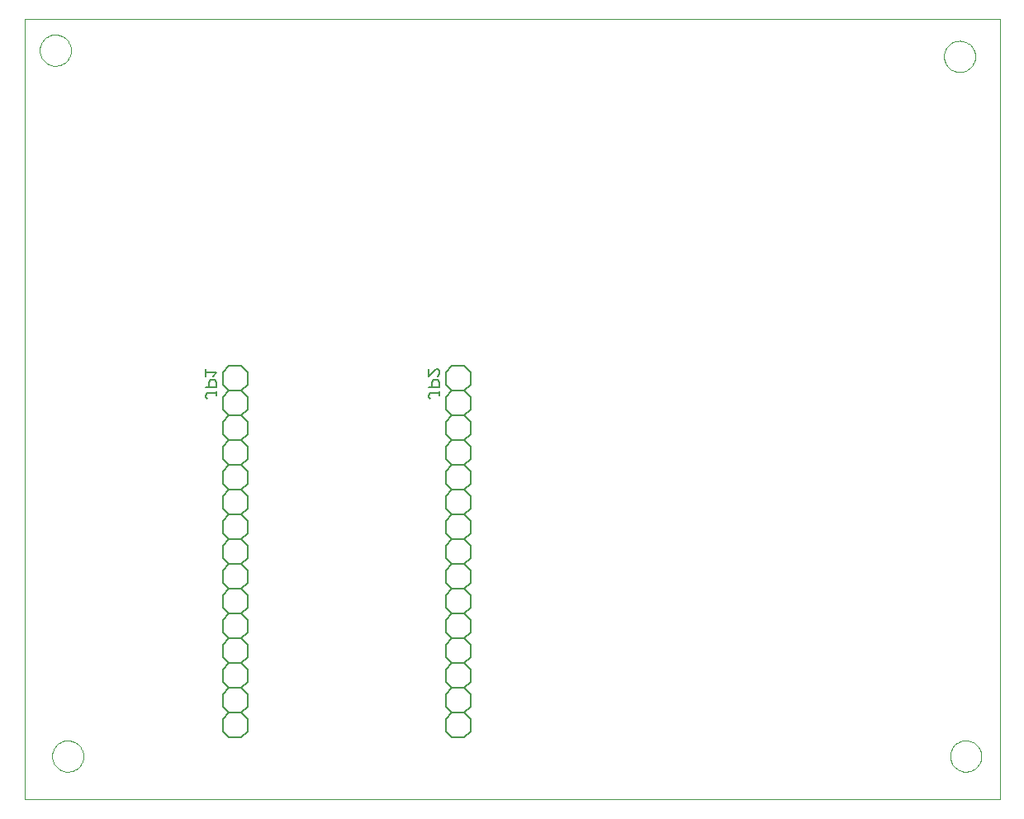
<source format=gbo>
G75*
G70*
%OFA0B0*%
%FSLAX24Y24*%
%IPPOS*%
%LPD*%
%AMOC8*
5,1,8,0,0,1.08239X$1,22.5*
%
%ADD10C,0.0000*%
%ADD11C,0.0060*%
%ADD12C,0.0050*%
D10*
X004880Y000100D02*
X004880Y031596D01*
X044250Y031596D01*
X044250Y000100D01*
X004880Y000100D01*
X006000Y001850D02*
X006002Y001900D01*
X006008Y001950D01*
X006018Y001999D01*
X006032Y002047D01*
X006049Y002094D01*
X006070Y002139D01*
X006095Y002183D01*
X006123Y002224D01*
X006155Y002263D01*
X006189Y002300D01*
X006226Y002334D01*
X006266Y002364D01*
X006308Y002391D01*
X006352Y002415D01*
X006398Y002436D01*
X006445Y002452D01*
X006493Y002465D01*
X006543Y002474D01*
X006592Y002479D01*
X006643Y002480D01*
X006693Y002477D01*
X006742Y002470D01*
X006791Y002459D01*
X006839Y002444D01*
X006885Y002426D01*
X006930Y002404D01*
X006973Y002378D01*
X007014Y002349D01*
X007053Y002317D01*
X007089Y002282D01*
X007121Y002244D01*
X007151Y002204D01*
X007178Y002161D01*
X007201Y002117D01*
X007220Y002071D01*
X007236Y002023D01*
X007248Y001974D01*
X007256Y001925D01*
X007260Y001875D01*
X007260Y001825D01*
X007256Y001775D01*
X007248Y001726D01*
X007236Y001677D01*
X007220Y001629D01*
X007201Y001583D01*
X007178Y001539D01*
X007151Y001496D01*
X007121Y001456D01*
X007089Y001418D01*
X007053Y001383D01*
X007014Y001351D01*
X006973Y001322D01*
X006930Y001296D01*
X006885Y001274D01*
X006839Y001256D01*
X006791Y001241D01*
X006742Y001230D01*
X006693Y001223D01*
X006643Y001220D01*
X006592Y001221D01*
X006543Y001226D01*
X006493Y001235D01*
X006445Y001248D01*
X006398Y001264D01*
X006352Y001285D01*
X006308Y001309D01*
X006266Y001336D01*
X006226Y001366D01*
X006189Y001400D01*
X006155Y001437D01*
X006123Y001476D01*
X006095Y001517D01*
X006070Y001561D01*
X006049Y001606D01*
X006032Y001653D01*
X006018Y001701D01*
X006008Y001750D01*
X006002Y001800D01*
X006000Y001850D01*
X042250Y001850D02*
X042252Y001900D01*
X042258Y001950D01*
X042268Y001999D01*
X042282Y002047D01*
X042299Y002094D01*
X042320Y002139D01*
X042345Y002183D01*
X042373Y002224D01*
X042405Y002263D01*
X042439Y002300D01*
X042476Y002334D01*
X042516Y002364D01*
X042558Y002391D01*
X042602Y002415D01*
X042648Y002436D01*
X042695Y002452D01*
X042743Y002465D01*
X042793Y002474D01*
X042842Y002479D01*
X042893Y002480D01*
X042943Y002477D01*
X042992Y002470D01*
X043041Y002459D01*
X043089Y002444D01*
X043135Y002426D01*
X043180Y002404D01*
X043223Y002378D01*
X043264Y002349D01*
X043303Y002317D01*
X043339Y002282D01*
X043371Y002244D01*
X043401Y002204D01*
X043428Y002161D01*
X043451Y002117D01*
X043470Y002071D01*
X043486Y002023D01*
X043498Y001974D01*
X043506Y001925D01*
X043510Y001875D01*
X043510Y001825D01*
X043506Y001775D01*
X043498Y001726D01*
X043486Y001677D01*
X043470Y001629D01*
X043451Y001583D01*
X043428Y001539D01*
X043401Y001496D01*
X043371Y001456D01*
X043339Y001418D01*
X043303Y001383D01*
X043264Y001351D01*
X043223Y001322D01*
X043180Y001296D01*
X043135Y001274D01*
X043089Y001256D01*
X043041Y001241D01*
X042992Y001230D01*
X042943Y001223D01*
X042893Y001220D01*
X042842Y001221D01*
X042793Y001226D01*
X042743Y001235D01*
X042695Y001248D01*
X042648Y001264D01*
X042602Y001285D01*
X042558Y001309D01*
X042516Y001336D01*
X042476Y001366D01*
X042439Y001400D01*
X042405Y001437D01*
X042373Y001476D01*
X042345Y001517D01*
X042320Y001561D01*
X042299Y001606D01*
X042282Y001653D01*
X042268Y001701D01*
X042258Y001750D01*
X042252Y001800D01*
X042250Y001850D01*
X042000Y030100D02*
X042002Y030150D01*
X042008Y030200D01*
X042018Y030249D01*
X042032Y030297D01*
X042049Y030344D01*
X042070Y030389D01*
X042095Y030433D01*
X042123Y030474D01*
X042155Y030513D01*
X042189Y030550D01*
X042226Y030584D01*
X042266Y030614D01*
X042308Y030641D01*
X042352Y030665D01*
X042398Y030686D01*
X042445Y030702D01*
X042493Y030715D01*
X042543Y030724D01*
X042592Y030729D01*
X042643Y030730D01*
X042693Y030727D01*
X042742Y030720D01*
X042791Y030709D01*
X042839Y030694D01*
X042885Y030676D01*
X042930Y030654D01*
X042973Y030628D01*
X043014Y030599D01*
X043053Y030567D01*
X043089Y030532D01*
X043121Y030494D01*
X043151Y030454D01*
X043178Y030411D01*
X043201Y030367D01*
X043220Y030321D01*
X043236Y030273D01*
X043248Y030224D01*
X043256Y030175D01*
X043260Y030125D01*
X043260Y030075D01*
X043256Y030025D01*
X043248Y029976D01*
X043236Y029927D01*
X043220Y029879D01*
X043201Y029833D01*
X043178Y029789D01*
X043151Y029746D01*
X043121Y029706D01*
X043089Y029668D01*
X043053Y029633D01*
X043014Y029601D01*
X042973Y029572D01*
X042930Y029546D01*
X042885Y029524D01*
X042839Y029506D01*
X042791Y029491D01*
X042742Y029480D01*
X042693Y029473D01*
X042643Y029470D01*
X042592Y029471D01*
X042543Y029476D01*
X042493Y029485D01*
X042445Y029498D01*
X042398Y029514D01*
X042352Y029535D01*
X042308Y029559D01*
X042266Y029586D01*
X042226Y029616D01*
X042189Y029650D01*
X042155Y029687D01*
X042123Y029726D01*
X042095Y029767D01*
X042070Y029811D01*
X042049Y029856D01*
X042032Y029903D01*
X042018Y029951D01*
X042008Y030000D01*
X042002Y030050D01*
X042000Y030100D01*
X005500Y030350D02*
X005502Y030400D01*
X005508Y030450D01*
X005518Y030499D01*
X005532Y030547D01*
X005549Y030594D01*
X005570Y030639D01*
X005595Y030683D01*
X005623Y030724D01*
X005655Y030763D01*
X005689Y030800D01*
X005726Y030834D01*
X005766Y030864D01*
X005808Y030891D01*
X005852Y030915D01*
X005898Y030936D01*
X005945Y030952D01*
X005993Y030965D01*
X006043Y030974D01*
X006092Y030979D01*
X006143Y030980D01*
X006193Y030977D01*
X006242Y030970D01*
X006291Y030959D01*
X006339Y030944D01*
X006385Y030926D01*
X006430Y030904D01*
X006473Y030878D01*
X006514Y030849D01*
X006553Y030817D01*
X006589Y030782D01*
X006621Y030744D01*
X006651Y030704D01*
X006678Y030661D01*
X006701Y030617D01*
X006720Y030571D01*
X006736Y030523D01*
X006748Y030474D01*
X006756Y030425D01*
X006760Y030375D01*
X006760Y030325D01*
X006756Y030275D01*
X006748Y030226D01*
X006736Y030177D01*
X006720Y030129D01*
X006701Y030083D01*
X006678Y030039D01*
X006651Y029996D01*
X006621Y029956D01*
X006589Y029918D01*
X006553Y029883D01*
X006514Y029851D01*
X006473Y029822D01*
X006430Y029796D01*
X006385Y029774D01*
X006339Y029756D01*
X006291Y029741D01*
X006242Y029730D01*
X006193Y029723D01*
X006143Y029720D01*
X006092Y029721D01*
X006043Y029726D01*
X005993Y029735D01*
X005945Y029748D01*
X005898Y029764D01*
X005852Y029785D01*
X005808Y029809D01*
X005766Y029836D01*
X005726Y029866D01*
X005689Y029900D01*
X005655Y029937D01*
X005623Y029976D01*
X005595Y030017D01*
X005570Y030061D01*
X005549Y030106D01*
X005532Y030153D01*
X005518Y030201D01*
X005508Y030250D01*
X005502Y030300D01*
X005500Y030350D01*
D11*
X013130Y017600D02*
X012880Y017350D01*
X012880Y016850D01*
X013130Y016600D01*
X012880Y016350D01*
X012880Y015850D01*
X013130Y015600D01*
X013630Y015600D01*
X013880Y015850D01*
X013880Y016350D01*
X013630Y016600D01*
X013880Y016850D01*
X013880Y017350D01*
X013630Y017600D01*
X013130Y017600D01*
X013130Y016600D02*
X013630Y016600D01*
X013630Y015600D02*
X013880Y015350D01*
X013880Y014850D01*
X013630Y014600D01*
X013880Y014350D01*
X013880Y013850D01*
X013630Y013600D01*
X013880Y013350D01*
X013880Y012850D01*
X013630Y012600D01*
X013130Y012600D01*
X012880Y012850D01*
X012880Y013350D01*
X013130Y013600D01*
X013630Y013600D01*
X013130Y013600D02*
X012880Y013850D01*
X012880Y014350D01*
X013130Y014600D01*
X013630Y014600D01*
X013130Y014600D02*
X012880Y014850D01*
X012880Y015350D01*
X013130Y015600D01*
X013130Y012600D02*
X012880Y012350D01*
X012880Y011850D01*
X013130Y011600D01*
X012880Y011350D01*
X012880Y010850D01*
X013130Y010600D01*
X012880Y010350D01*
X012880Y009850D01*
X013130Y009600D01*
X013630Y009600D01*
X013880Y009850D01*
X013880Y010350D01*
X013630Y010600D01*
X013880Y010850D01*
X013880Y011350D01*
X013630Y011600D01*
X013880Y011850D01*
X013880Y012350D01*
X013630Y012600D01*
X013630Y011600D02*
X013130Y011600D01*
X013130Y010600D02*
X013630Y010600D01*
X013630Y009600D02*
X013880Y009350D01*
X013880Y008850D01*
X013630Y008600D01*
X013880Y008350D01*
X013880Y007850D01*
X013630Y007600D01*
X013880Y007350D01*
X013880Y006850D01*
X013630Y006600D01*
X013130Y006600D01*
X012880Y006850D01*
X012880Y007350D01*
X013130Y007600D01*
X013630Y007600D01*
X013130Y007600D02*
X012880Y007850D01*
X012880Y008350D01*
X013130Y008600D01*
X013630Y008600D01*
X013130Y008600D02*
X012880Y008850D01*
X012880Y009350D01*
X013130Y009600D01*
X013130Y006600D02*
X012880Y006350D01*
X012880Y005850D01*
X013130Y005600D01*
X012880Y005350D01*
X012880Y004850D01*
X013130Y004600D01*
X012880Y004350D01*
X012880Y003850D01*
X013130Y003600D01*
X012880Y003350D01*
X012880Y002850D01*
X013130Y002600D01*
X013630Y002600D01*
X013880Y002850D01*
X013880Y003350D01*
X013630Y003600D01*
X013880Y003850D01*
X013880Y004350D01*
X013630Y004600D01*
X013880Y004850D01*
X013880Y005350D01*
X013630Y005600D01*
X013880Y005850D01*
X013880Y006350D01*
X013630Y006600D01*
X013630Y005600D02*
X013130Y005600D01*
X013130Y004600D02*
X013630Y004600D01*
X013630Y003600D02*
X013130Y003600D01*
X021880Y003350D02*
X021880Y002850D01*
X022130Y002600D01*
X022630Y002600D01*
X022880Y002850D01*
X022880Y003350D01*
X022630Y003600D01*
X022880Y003850D01*
X022880Y004350D01*
X022630Y004600D01*
X022880Y004850D01*
X022880Y005350D01*
X022630Y005600D01*
X022880Y005850D01*
X022880Y006350D01*
X022630Y006600D01*
X022880Y006850D01*
X022880Y007350D01*
X022630Y007600D01*
X022880Y007850D01*
X022880Y008350D01*
X022630Y008600D01*
X022880Y008850D01*
X022880Y009350D01*
X022630Y009600D01*
X022880Y009850D01*
X022880Y010350D01*
X022630Y010600D01*
X022880Y010850D01*
X022880Y011350D01*
X022630Y011600D01*
X022880Y011850D01*
X022880Y012350D01*
X022630Y012600D01*
X022880Y012850D01*
X022880Y013350D01*
X022630Y013600D01*
X022880Y013850D01*
X022880Y014350D01*
X022630Y014600D01*
X022880Y014850D01*
X022880Y015350D01*
X022630Y015600D01*
X022880Y015850D01*
X022880Y016350D01*
X022630Y016600D01*
X022880Y016850D01*
X022880Y017350D01*
X022630Y017600D01*
X022130Y017600D01*
X021880Y017350D01*
X021880Y016850D01*
X022130Y016600D01*
X021880Y016350D01*
X021880Y015850D01*
X022130Y015600D01*
X022630Y015600D01*
X022130Y015600D02*
X021880Y015350D01*
X021880Y014850D01*
X022130Y014600D01*
X021880Y014350D01*
X021880Y013850D01*
X022130Y013600D01*
X021880Y013350D01*
X021880Y012850D01*
X022130Y012600D01*
X022630Y012600D01*
X022130Y012600D02*
X021880Y012350D01*
X021880Y011850D01*
X022130Y011600D01*
X021880Y011350D01*
X021880Y010850D01*
X022130Y010600D01*
X021880Y010350D01*
X021880Y009850D01*
X022130Y009600D01*
X022630Y009600D01*
X022130Y009600D02*
X021880Y009350D01*
X021880Y008850D01*
X022130Y008600D01*
X021880Y008350D01*
X021880Y007850D01*
X022130Y007600D01*
X021880Y007350D01*
X021880Y006850D01*
X022130Y006600D01*
X022630Y006600D01*
X022130Y006600D02*
X021880Y006350D01*
X021880Y005850D01*
X022130Y005600D01*
X021880Y005350D01*
X021880Y004850D01*
X022130Y004600D01*
X021880Y004350D01*
X021880Y003850D01*
X022130Y003600D01*
X021880Y003350D01*
X022130Y003600D02*
X022630Y003600D01*
X022630Y004600D02*
X022130Y004600D01*
X022130Y005600D02*
X022630Y005600D01*
X022630Y007600D02*
X022130Y007600D01*
X022130Y008600D02*
X022630Y008600D01*
X022630Y010600D02*
X022130Y010600D01*
X022130Y011600D02*
X022630Y011600D01*
X022630Y013600D02*
X022130Y013600D01*
X022130Y014600D02*
X022630Y014600D01*
X022630Y016600D02*
X022130Y016600D01*
D12*
X021635Y016574D02*
X021635Y016424D01*
X021635Y016499D02*
X021260Y016499D01*
X021185Y016424D01*
X021185Y016349D01*
X021260Y016274D01*
X021185Y016734D02*
X021635Y016734D01*
X021635Y016959D01*
X021560Y017034D01*
X021410Y017034D01*
X021335Y016959D01*
X021335Y016734D01*
X021185Y017195D02*
X021485Y017495D01*
X021560Y017495D01*
X021635Y017420D01*
X021635Y017270D01*
X021560Y017195D01*
X021185Y017195D02*
X021185Y017495D01*
X012635Y017345D02*
X012185Y017345D01*
X012185Y017195D02*
X012185Y017495D01*
X012485Y017195D02*
X012635Y017345D01*
X012560Y017034D02*
X012410Y017034D01*
X012335Y016959D01*
X012335Y016734D01*
X012185Y016734D02*
X012635Y016734D01*
X012635Y016959D01*
X012560Y017034D01*
X012635Y016574D02*
X012635Y016424D01*
X012635Y016499D02*
X012260Y016499D01*
X012185Y016424D01*
X012185Y016349D01*
X012260Y016274D01*
M02*

</source>
